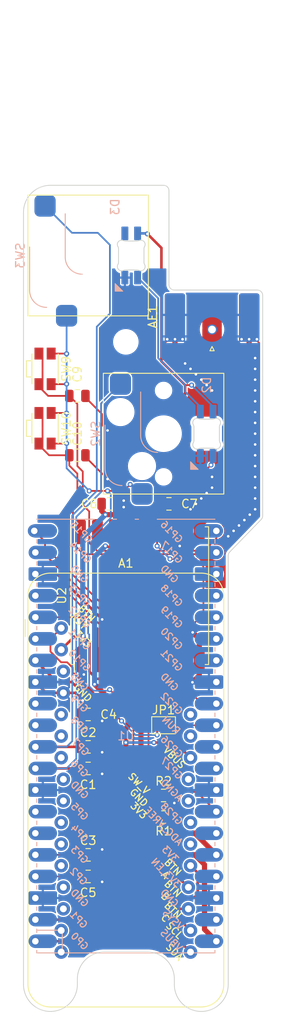
<source format=kicad_pcb>
(kicad_pcb (version 20221018) (generator pcbnew)
  (layers (0 "F.Cu" signal) (31 "B.Cu" signal) (34 "B.Paste" user) (35 "F.Paste" user) (36 "B.SilkS" user "B.Silkscreen") (37 "F.SilkS" user "F.Silkscreen") (38 "B.Mask" user) (39 "F.Mask" user) (44 "Edge.Cuts" user))
  (net 0 "")
  (net 1 "/GPIO10")
  (net 2 "GND")
  (net 3 "/GPIO6")
  (net 4 "/GPIO7")
  (net 5 "/GPIO11")
  (net 8 "/GPIO9")
  (net 9 "/GPIO8")
  (net 10 "/GPIO16")
  (net 11 "/GPIO17")
  (net 12 "/GPIO18")
  (net 13 "/GPIO19")
  (net 14 "/GPIO20")
  (net 15 "/GPIO21")
  (net 16 "/GPIO2")
  (net 17 "/GPIO3")
  (net 18 "/GPIO4")
  (net 19 "/GPIO5")
  (net 20 "+5V")
  (net 21 "/LED_DI_2")
  (net 22 "/LED_DI_1")
  (net 39 "+3V3")
  (net 40 "/SW_V")
  (net 42 "/DISP_SDA")
  (net 43 "/DISP_SCL")
  (net 44 "/RFM_ANT")
  (net 46 "/PICO_RESET")
  (net 47 "/RFM_MISO")
  (net 48 "/RFM_CSn")
  (net 49 "/RFM_SCK")
  (net 52 "/VSYS")
  (net 53 "/RFM_MOSI")
  (net 54 "/RFM_RESET")
  (net 55 "/GPIO26")
  (net 56 "/GPIO27")
  (footprint "Capacitor_SMD:C_0805_2012Metric" (layer "F.Cu") (at 145.415 84.455)
    (fp_text reference "C6")
    (fp_text value "0.1uF")
  )
  (footprint "MountingHole:MountingHole_2.7mm_M2.5" (layer "F.Cu") (at 138.43 140.97)
    (fp_text reference "H1" hide)
    (fp_text value "MountingHole")
  )
  (footprint "Capacitor_SMD:C_0805_2012Metric" (layer "F.Cu") (at 142.875 128.27)
    (fp_text reference "C5")
    (fp_text value "DNP")
  )
  (footprint "Capacitor_SMD:C_0805_2012Metric" (layer "F.Cu") (at 142.875 115.57)
    (fp_text reference "C1")
    (fp_text value "DNP")
  )
  (footprint "Button_Switch_SMD:SW_SPST_EVQP7C" (layer "F.Cu") (at 137.795 75.565 -90)
    (fp_text reference "SW10")
    (fp_text value "SW_Push")
  )
  (footprint "Resistor_SMD:R_0805_2012Metric" (layer "F.Cu") (at 151.765 121.285 180)
    (fp_text reference "R1")
    (fp_text value "R_Small")
  )
  (footprint "MountingHole:MountingHole_2.7mm_M2.5" (layer "F.Cu") (at 147.32 65.405)
    (fp_text reference "H4" hide)
    (fp_text value "MountingHole")
  )
  (footprint "pico-xpad-special:LED_SK6812MINI-E_PLCC4_3.5x3.5mm_P1.75mm" (layer "F.Cu") (at 151.765 76.2 90)
    (fp_text reference "D2")
    (fp_text value "SK6812MINI-E")
    (fp_line (start -1.699999 5.782842) (end -1.699999 4.377158) (stroke (width 0.1)) (layer "Edge.Cuts"))
    (fp_line (start -0.794452 3.58) (end 0.794452 3.58) (stroke (width 0.1)) (layer "Edge.Cuts"))
    (fp_line (start 0.794452 6.579999) (end -0.794453 6.579999) (stroke (width 0.1)) (layer "Edge.Cuts"))
    (fp_line (start 1.699999 4.377158) (end 1.699999 5.782842) (stroke (width 0.1)) (layer "Edge.Cuts"))
    (fp_arc (start -1.749484 4.16028) (mid -1.712527 4.265932) (end -1.699999 4.377158) (stroke (width 0.1)) (layer "Edge.Cuts"))
    (fp_arc (start -1.749484 4.160281) (mid -1.638072 3.575965) (end -1.046711 3.511701) (stroke (width 0.1)) (layer "Edge.Cuts"))
    (fp_arc (start -1.699999 5.782843) (mid -1.712527 5.894068) (end -1.749484 5.99972) (stroke (width 0.1)) (layer "Edge.Cuts"))
    (fp_arc (start -1.046711 6.648298) (mid -1.63807 6.584034) (end -1.749484 5.99972) (stroke (width 0.1)) (layer "Edge.Cuts"))
    (fp_arc (start -1.046711 6.648298) (mid -0.925123 6.597376) (end -0.794453 6.579999) (stroke (width 0.1)) (layer "Edge.Cuts"))
    (fp_arc (start -0.794452 3.58) (mid -0.925123 3.562623) (end -1.046711 3.511701) (stroke (width 0.1)) (layer "Edge.Cuts"))
    (fp_arc (start 0.794453 6.58) (mid 0.925123 6.597377) (end 1.046711 6.648299) (stroke (width 0.1)) (layer "Edge.Cuts"))
    (fp_arc (start 1.04671 3.511701) (mid 0.925122 3.562623) (end 0.794452 3.58) (stroke (width 0.1)) (layer "Edge.Cuts"))
    (fp_arc (start 1.046711 3.511703) (mid 1.63807 3.575965) (end 1.749484 4.16028) (stroke (width 0.1)) (layer "Edge.Cuts"))
    (fp_arc (start 1.699999 4.377157) (mid 1.712526 4.265931) (end 1.749484 4.16028) (stroke (width 0.1)) (layer "Edge.Cuts"))
    (fp_arc (start 1.749484 5.99972) (mid 1.638072 6.584037) (end 1.046711 6.648299) (stroke (width 0.1)) (layer "Edge.Cuts"))
    (fp_arc (start 1.749484 5.99972) (mid 1.71251 5.894071) (end 1.699999 5.782842) (stroke (width 0.1)) (layer "Edge.Cuts"))
  )
  (footprint "Capacitor_SMD:C_0805_2012Metric" (layer "F.Cu") (at 142.875 125.73)
    (fp_text reference "C3")
    (fp_text value "DNP")
  )
  (footprint "pico-xpad-special:Adafruit_Feather_Narrow" (layer "F.Cu") (at 137.16 99.06)
    (fp_text reference "A1")
    (fp_text value "Adafruit_Feather_Generic")
  )
  (footprint "Capacitor_SMD:C_0805_2012Metric" (layer "F.Cu") (at 141.605 78.74)
    (fp_text reference "C10")
    (fp_text value "DNP")
  )
  (footprint "MountingHole:MountingHole_2.7mm_M2.5" (layer "F.Cu") (at 138.43 82.55)
    (fp_text reference "H3" hide)
    (fp_text value "MountingHole")
  )
  (footprint "pico-xpad-special:Keyswitch_Hotswap_Kailh_1.00u" (layer "F.Cu") (at 151.765 76.2 90)
    (fp_text reference "SW2")
    (fp_text value "SW_Push")
  )
  (footprint "pico-xpad-special:LED_SK6812MINI-E_PLCC4_3.5x3.5mm_P1.75mm" (layer "F.Cu") (at 142.875 55.245 90)
    (fp_text reference "D3")
    (fp_text value "SK6812MINI-E")
    (fp_line (start -1.699999 5.782842) (end -1.699999 4.377158) (stroke (width 0.1)) (layer "Edge.Cuts"))
    (fp_line (start -0.794452 3.58) (end 0.794452 3.58) (stroke (width 0.1)) (layer "Edge.Cuts"))
    (fp_line (start 0.794452 6.579999) (end -0.794453 6.579999) (stroke (width 0.1)) (layer "Edge.Cuts"))
    (fp_line (start 1.699999 4.377158) (end 1.699999 5.782842) (stroke (width 0.1)) (layer "Edge.Cuts"))
    (fp_arc (start -1.749484 4.16028) (mid -1.712527 4.265932) (end -1.699999 4.377158) (stroke (width 0.1)) (layer "Edge.Cuts"))
    (fp_arc (start -1.749484 4.160281) (mid -1.638072 3.575965) (end -1.046711 3.511701) (stroke (width 0.1)) (layer "Edge.Cuts"))
    (fp_arc (start -1.699999 5.782843) (mid -1.712527 5.894068) (end -1.749484 5.99972) (stroke (width 0.1)) (layer "Edge.Cuts"))
    (fp_arc (start -1.046711 6.648298) (mid -1.63807 6.584034) (end -1.749484 5.99972) (stroke (width 0.1)) (layer "Edge.Cuts"))
    (fp_arc (start -1.046711 6.648298) (mid -0.925123 6.597376) (end -0.794453 6.579999) (stroke (width 0.1)) (layer "Edge.Cuts"))
    (fp_arc (start -0.794452 3.58) (mid -0.925123 3.562623) (end -1.046711 3.511701) (stroke (width 0.1)) (layer "Edge.Cuts"))
    (fp_arc (start 0.794453 6.58) (mid 0.925123 6.597377) (end 1.046711 6.648299) (stroke (width 0.1)) (layer "Edge.Cuts"))
    (fp_arc (start 1.04671 3.511701) (mid 0.925122 3.562623) (end 0.794452 3.58) (stroke (width 0.1)) (layer "Edge.Cuts"))
    (fp_arc (start 1.046711 3.511703) (mid 1.63807 3.575965) (end 1.749484 4.16028) (stroke (width 0.1)) (layer "Edge.Cuts"))
    (fp_arc (start 1.699999 4.377157) (mid 1.712526 4.265931) (end 1.749484 4.16028) (stroke (width 0.1)) (layer "Edge.Cuts"))
    (fp_arc (start 1.749484 5.99972) (mid 1.638072 6.584037) (end 1.046711 6.648299) (stroke (width 0.1)) (layer "Edge.Cuts"))
    (fp_arc (start 1.749484 5.99972) (mid 1.71251 5.894071) (end 1.699999 5.782842) (stroke (width 0.1)) (layer "Edge.Cuts"))
  )
  (footprint "Capacitor_SMD:C_0805_2012Metric" (layer "F.Cu") (at 142.875 109.22)
    (fp_text reference "C4")
    (fp_text value "DNP")
  )
  (footprint "pico-xpad-special:SMA_Molex_73251-1153_EdgeMount_Horizontal_Or_Spring_Ant" (layer "F.Cu") (at 157.48 63.95 -90)
    (fp_text reference "AE1")
    (fp_text value "Antenna_Shield")
  )
  (footprint "MountingHole:MountingHole_2.7mm_M2.5" (layer "F.Cu") (at 156.21 140.97)
    (fp_text reference "H2" hide)
    (fp_text value "MountingHole")
  )
  (footprint "pico-xpad-special:Keyswitch_Hotswap_Kailh_1.00u" (layer "F.Cu") (at 142.875 55.245 90)
    (fp_text reference "SW3")
    (fp_text value "SW_Push")
  )
  (footprint "Capacitor_SMD:C_0805_2012Metric" (layer "F.Cu") (at 141.605 71.755)
    (fp_text reference "C9")
    (fp_text value "DNP")
  )
  (footprint "Jumper:SolderJumper-2_P1.3mm_Open_TrianglePad1.0x1.5mm" (layer "F.Cu") (at 151.765 110.49)
    (fp_text reference "JP1")
    (fp_text value "SolderJumper_2_Open")
  )
  (footprint "Capacitor_SMD:C_0805_2012Metric" (layer "F.Cu") (at 152.4 84.455)
    (fp_text reference "C7")
    (fp_text value "0.1uF")
  )
  (footprint "Capacitor_SMD:C_0805_2012Metric" (layer "F.Cu") (at 142.875 113.03)
    (fp_text reference "C2")
    (fp_text value "DNP")
  )
  (footprint "Capacitor_SMD:C_0805_2012Metric" (layer "F.Cu") (at 151.765 118.745)
    (fp_text reference "R2")
    (fp_text value "R_Small")
  )
  (footprint "Button_Switch_SMD:SW_SPST_EVQP7C" (layer "F.Cu") (at 137.795 68.58 -90)
    (fp_text reference "SW9")
    (fp_text value "SW_Push")
  )
  (footprint "RF_Module:HOPERF_RFM9XW_SMD" (layer "F.Cu") (at 148.971 95.25 90)
    (fp_text reference "U2")
    (fp_text value "RFM69HCW")
  )
  (footprint "pico-xpad-special:RPi_Pico_SMD_TH_Keepouts" (layer "B.Cu") (at 147.32 111.76)
    (fp_text reference "U1")
    (fp_text value "PicoW")
  )
  (gr_arc (start 135.255 50.165) (mid 136.184934 47.919932) (end 138.43 46.99) (stroke (width 0.1)) (layer "Edge.Cuts"))
  (gr_arc (start 149.86 137.16) (mid 152.105064 138.089936) (end 153.035 140.335) (stroke (width 0.1)) (layer "Edge.Cuts"))
  (gr_arc (start 159.385 90.551) (mid 159.433336 90.307996) (end 159.570987 90.101987) (stroke (width 0.1)) (layer "Edge.Cuts"))
  (gr_line (start 163.263013 86.301013) (end 159.570987 90.101987) (stroke (width 0.1)) (layer "Edge.Cuts"))
  (gr_arc (start 141.605 140.335) (mid 142.534936 138.089936) (end 144.78 137.16) (stroke (width 0.1)) (layer "Edge.Cuts"))
  (gr_line (start 152.4 47.625) (end 152.4 58.674) (stroke (width 0.1)) (layer "Edge.Cuts"))
  (gr_arc (start 162.814 59.309) (mid 163.263013 59.494987) (end 163.449 59.944) (stroke (width 0.1)) (layer "Edge.Cuts"))
  (gr_arc (start 163.449 85.852) (mid 163.400664 86.095004) (end 163.263013 86.301013) (stroke (width 0.1)) (layer "Edge.Cuts"))
  (gr_line (start 144.78 137.16) (end 149.86 137.16) (stroke (width 0.1)) (layer "Edge.Cuts"))
  (gr_arc (start 141.605 140.97) (mid 138.43 144.145) (end 135.255 140.97) (stroke (width 0.1)) (layer "Edge.Cuts"))
  (gr_line (start 135.255 50.165) (end 135.255 140.97) (stroke (width 0.1)) (layer "Edge.Cuts"))
  (gr_line (start 153.035 140.335) (end 153.035 140.97) (stroke (width 0.1)) (layer "Edge.Cuts"))
  (gr_line (start 141.605 140.97) (end 141.605 140.335) (stroke (width 0.1)) (layer "Edge.Cuts"))
  (gr_line (start 159.385 140.97) (end 159.385 90.551) (stroke (width 0.1)) (layer "Edge.Cuts"))
  (gr_arc (start 153.035 59.309) (mid 152.585987 59.123013) (end 152.4 58.674) (stroke (width 0.1)) (layer "Edge.Cuts"))
  (gr_arc (start 159.385 140.97) (mid 156.21 144.145) (end 153.035 140.97) (stroke (width 0.1)) (layer "Edge.Cuts"))
  (gr_arc (start 151.765 46.99) (mid 152.214013 47.175987) (end 152.4 47.625) (stroke (width 0.1)) (layer "Edge.Cuts"))
  (gr_line (start 163.449 59.944) (end 163.449 85.852) (stroke (width 0.1)) (layer "Edge.Cuts"))
  (gr_line (start 153.035 59.309) (end 162.814 59.309) (stroke (width 0.1)) (layer "Edge.Cuts"))
  (gr_line (start 138.43 46.99) (end 151.765 46.99) (stroke (width 0.1)) (layer "Edge.Cuts"))
  (gr_text "SDA" (at 153.035 137.16 315) (layer "F.SilkS") (effects (font (size 0.8 0.8))))
  (gr_text "3V3" (at 148.844 120.523 315) (layer "F.SilkS") (effects (font (size 0.8 0.8))))
  (gr_text "VBUS" (at 153.035 114.3 315) (layer "F.SilkS") (effects (font (size 0.8 0.8))))
  (gr_text "GND" (at 148.844 118.999 315) (layer "F.SilkS") (effects (font (size 0.8 0.8))))
  (gr_text "BTN\nA" (at 152.4 127.635 315) (layer "F.SilkS") (effects (font (size 0.8 0.8))))
  (gr_text "BTN\nB" (at 152.4 130.175 315) (layer "F.SilkS") (effects (font (size 0.8 0.8))))
  (gr_text "3V3" (at 142.24 100.33 315) (layer "F.SilkS") (effects (font (size 0.8 0.8))))
  (gr_text "SCL" (at 153.035 134.62 315) (layer "F.SilkS") (effects (font (size 0.8 0.8))))
  (gr_text "BTN\nRST" (at 142.24 97.79 315) (layer "F.SilkS") (effects (font (size 0.8 0.8))))
  (gr_text "SW_V" (at 148.844 117.348 315) (layer "F.SilkS") (effects (font (size 0.8 0.8))))
  (gr_text "BTN\nC" (at 152.4 132.715 315) (layer "F.SilkS") (effects (font (size 0.8 0.8))))
  (gr_text "GND" (at 142.24 106.68 315) (layer "F.SilkS") (effects (font (size 0.8 0.8))))
  (segment (start 140.942398 105.41) (end 142.8491 107.316702) (width 0.3048) (layer "F.Cu") (net 1))
  (segment (start 154.686 129.54) (end 145.415 120.269) (width 0.3048) (layer "F.Cu") (net 1))
  (segment (start 141.925 110.175) (end 142.24 110.49) (width 0.3048) (layer "F.Cu") (net 1))
  (segment (start 145.415 112.395) (end 143.51 110.49) (width 0.3048) (layer "F.Cu") (net 1))
  (segment (start 142.8491 108.2959) (end 141.925 109.22) (width 0.3048) (layer "F.Cu") (net 1))
  (segment (start 136.652 102.87) (end 139.192 105.41) (width 0.3048) (layer "F.Cu") (net 1))
  (segment (start 139.192 105.41) (end 140.942398 105.41) (width 0.3048) (layer "F.Cu") (net 1))
  (segment (start 141.925 109.22) (end 141.925 110.175) (width 0.3048) (layer "F.Cu") (net 1))
  (segment (start 143.51 110.49) (end 142.24 110.49) (width 0.3048) (layer "F.Cu") (net 1))
  (segment (start 145.415 120.269) (end 145.415 112.395) (width 0.3048) (layer "F.Cu") (net 1))
  (segment (start 142.8491 107.316702) (end 142.8491 108.2959) (width 0.3048) (layer "F.Cu") (net 1))
  (segment (start 143.891 113.03) (end 144.526 113.665) (width 0.2032) (layer "F.Cu") (net 2))
  (segment (start 155.575 84.455) (end 156.21 83.82) (width 0.6096) (layer "F.Cu") (net 2))
  (segment (start 162.56 78.74) (end 162.56 80.01) (width 0.6096) (layer "F.Cu") (net 2))
  (segment (start 160.655 86.995) (end 160.02 87.63) (width 0.6096) (layer "F.Cu") (net 2))
  (segment (start 152.1968 65.093) (end 152.1968 65.2526) (width 0.2032) (layer "F.Cu") (net 2))
  (segment (start 156.845 70.485) (end 157.48 71.12) (width 0.6096) (layer "F.Cu") (net 2))
  (segment (start 136.652 92.71) (end 139.192 92.71) (width 0.3048) (layer "F.Cu") (net 2))
  (segment (start 143.891 128.27) (end 144.526 128.905) (width 0.2032) (layer "F.Cu") (net 2))
  (segment (start 153.971 89.107) (end 153.67 89.408) (width 0.6096) (layer "F.Cu") (net 2))
  (segment (start 143.825 109.281) (end 144.526 109.982) (width 0.2032) (layer "F.Cu") (net 2))
  (segment (start 156.845 83.185) (end 157.48 82.55) (width 0.6096) (layer "F.Cu") (net 2))
  (segment (start 162.56 83.82) (end 162.56 85.09) (width 0.6096) (layer "F.Cu") (net 2))
  (segment (start 161.8488 66.5988) (end 161.8488 65.4232) (width 0.6096) (layer "F.Cu") (net 2))
  (segment (start 141.971 104.125) (end 142.367 104.521) (width 0.6096) (layer "F.Cu") (net 2))
  (segment (start 161.925 85.725) (end 161.29 86.36) (width 0.6096) (layer "F.Cu") (net 2))
  (segment (start 146.365 84.455) (end 146.685 84.455) (width 0.2032) (layer "F.Cu") (net 2))
  (segment (start 144.526 75.184) (end 145.161 75.819) (width 0.2032) (layer "F.Cu") (net 2))
  (segment (start 153.971 87.725) (end 153.971 86.059) (width 0.6096) (layer "F.Cu") (net 2))
  (segment (start 162.56 71.12) (end 162.56 72.39) (width 0.6096) (layer "F.Cu") (net 2))
  (segment (start 162.7632 65.093) (end 162.7632 65.2526) (width 0.2032) (layer "F.Cu") (net 2))
  (segment (start 155.971 102.775) (end 155.971 100.345) (width 0.6096) (layer "F.Cu") (net 2))
  (segment (start 153.971 86.059) (end 154.94 85.09) (width 0.6096) (layer "F.Cu") (net 2))
  (segment (start 155.971 104.633) (end 155.1686 105.4354) (width 0.6096) (layer "F.Cu") (net 2))
  (segment (start 153.1112 65.093) (end 153.1112 66.7512) (width 0.6096) (layer "F.Cu") (net 2))
  (segment (start 160.02 87.63) (end 159.385 88.265) (width 0.6096) (layer "F.Cu") (net 2))
  (segment (start 146.685 84.455) (end 147.066 84.836) (width 0.2032) (layer "F.Cu") (net 2))
  (segment (start 143.825 113.03) (end 143.891 113.03) (width 0.2032) (layer "F.Cu") (net 2))
  (segment (start 143.891 125.73) (end 144.526 125.095) (width 0.2032) (layer "F.Cu") (net 2))
  (segment (start 141.971 102.775) (end 141.971 101.361) (width 0.6096) (layer "F.Cu") (net 2))
  (segment (start 162.56 76.2) (end 162.56 77.47) (width 0.6096) (layer "F.Cu") (net 2))
  (segment (start 144.145 73.533) (end 144.526 73.914) (width 0.2032) (layer "F.Cu") (net 2))
  (segment (start 143.825 125.73) (end 143.891 125.73) (width 0.2032) (layer "F.Cu") (net 2))
  (segment (start 152.1968 65.2526) (end 151.9174 65.532) (width 0.2032) (layer "F.Cu") (net 2))
  (segment (start 162.56 68.58) (end 162.56 69.85) (width 0.6096) (layer "F.Cu") (net 2))
  (segment (start 141.971 101.361) (end 142.367 100.965) (width 0.6096) (layer "F.Cu") (net 2))
  (segment (start 152.715 119.314) (end 153.035 119.634) (width 0.3048) (layer "F.Cu") (net 2))
  (segment (start 139.954 106.68) (end 141.351 106.68) (width 0.3048) (layer "F.Cu") (net 2))
  (segment (start 143.825 115.57) (end 143.891 115.57) (width 0.2032) (layer "F.Cu") (net 2))
  (segment (start 143.825 128.27) (end 143.891 128.27) (width 0.2032) (layer "F.Cu") (net 2))
  (segment (start 153.971 87.725) (end 153.971 89.107) (width 0.6096) (layer "F.Cu") (net 2))
  (segment (start 142.555 78.928) (end 145.161 81.534) (width 0.2032) (layer "F.Cu") (net 2))
  (segment (start 141.351 106.68) (end 142.24 107.569) (width 0.3048) (layer "F.Cu") (net 2))
  (segment (start 155.971 100.345) (end 155.194 99.568) (width 0.6096) (layer "F.Cu") (net 2))
  (segment (start 137.922 106.68) (end 139.954 106.68) (width 0.3048) (layer "F.Cu") (net 2))
  (segment (start 162.56 67.31) (end 161.8488 66.5988) (width 0.6096) (layer "F.Cu") (net 2))
  (segment (start 142.555 71.943) (end 144.145 73.533) (width 0.2032) (layer "F.Cu") (net 2))
  (segment (start 136.652 105.41) (end 137.922 106.68) (width 0.3048) (layer "F.Cu") (net 2))
  (segment (start 154.305 67.945) (end 154.94 68.58) (width 0.6096) (layer "F.Cu") (net 2))
  (segment (start 141.971 102.775) (end 141.971 104.125) (width 0.6096) (layer "F.Cu") (net 2))
  (segment (start 142.555 71.755) (end 142.555 71.943) (width 0.2032) (layer "F.Cu") (net 2))
  (segment (start 155.971 102.775) (end 155.971 104.633) (width 0.6096) (layer "F.Cu") (net 2))
  (segment (start 144.526 98.044) (end 139.192 92.71) (width 0.3048) (layer "F.Cu") (net 2))
  (segment (start 162.56 73.66) (end 162.56 74.93) (width 0.6096) (layer "F.Cu") (net 2))
  (segment (start 143.825 109.22) (end 143.825 109.281) (width 0.2032) (layer "F.Cu") (net 2))
  (segment (start 152.715 118.745) (end 152.715 119.314) (width 0.3048) (layer "F.Cu") (net 2))
  (segment (start 143.891 115.57) (end 144.526 116.205) (width 0.2032) (layer "F.Cu") (net 2))
  (segment (start 162.56 81.28) (end 162.56 82.55) (width 0.6096) (layer "F.Cu") (net 2))
  (segment (start 153.1112 66.7512) (end 154.305 67.945) (width 0.6096) (layer "F.Cu") (net 2))
  (segment (start 142.555 78.74) (end 142.555 79.309) (width 0.2032) (layer "F.Cu") (net 2))
  (segment (start 144.526 73.914) (end 144.526 75.184) (width 0.2032) (layer "F.Cu") (net 2))
  (segment (start 162.7632 65.2526) (end 163.0426 65.532) (width 0.2032) (layer "F.Cu") (net 2))
  (segment (start 142.555 78.74) (end 142.555 78.928) (width 0.2032) (layer "F.Cu") (net 2))
  (segment (start 146.685 84.455) (end 147.066 84.074) (width 0.2032) (layer "F.Cu") (net 2))
  (segment (start 155.575 69.215) (end 156.21 69.85) (width 0.6096) (layer "F.Cu") (net 2))
  (via (at 145.161 81.534) (size 0.6096) (drill 0.3048) (layers "F.Cu" "B.Cu") (net 2))
  (via (at 162.56 71.12) (size 0.6096) (drill 0.3048) (layers "F.Cu" "B.Cu") (net 2))
  (via (at 144.526 128.905) (size 0.6096) (drill 0.3048) (layers "F.Cu" "B.Cu") (net 2))
  (via (at 142.367 104.521) (size 0.6096) (drill 0.3048) (layers "F.Cu" "B.Cu") (net 2))
  (via (at 162.56 78.74) (size 0.6096) (drill 0.3048) (layers "F.Cu" "B.Cu") (net 2))
  (via (at 147.066 84.836) (size 0.6096) (drill 0.3048) (layers "F.Cu" "B.Cu") (net 2))
  (via (at 155.194 99.568) (size 0.6096) (drill 0.3048) (layers "F.Cu" "B.Cu") (net 2))
  (via (at 154.94 68.58) (size 0.6096) (drill 0.3048) (layers "F.Cu" "B.Cu") (net 2))
  (via (at 154.94 85.09) (size 0.6096) (drill 0.3048) (layers "F.Cu" "B.Cu") (net 2))
  (via (at 162.56 77.47) (size 0.6096) (drill 0.3048) (layers "F.Cu" "B.Cu") (net 2))
  (via (at 159.385 88.265) (size 0.6096) (drill 0.3048) (layers "F.Cu" "B.Cu") (net 2))
  (via (at 156.21 69.85) (size 0.6096) (drill 0.3048) (layers "F.Cu" "B.Cu") (net 2))
  (via (at 162.56 80.01) (size 0.6096) (drill 0.3048) (layers "F.Cu" "B.Cu") (net 2))
  (via (at 144.526 109.982) (size 0.6096) (drill 0.3048) (layers "F.Cu" "B.Cu") (net 2))
  (via (at 162.56 72.39) (size 0.6096) (drill 0.3048) (layers "F.Cu" "B.Cu") (net 2))
  (via (at 162.56 76.2) (size 0.6096) (drill 0.3048) (layers "F.Cu" "B.Cu") (net 2))
  (via (at 155.1686 105.4354) (size 0.6096) (drill 0.3048) (layers "F.Cu" "B.Cu") (net 2))
  (via (at 157.48 81.28) (size 0.6096) (drill 0.3048) (layers "F.Cu" "B.Cu") (net 2))
  (via (at 156.21 83.82) (size 0.6096) (drill 0.3048) (layers "F.Cu" "B.Cu") (net 2))
  (via (at 155.575 69.215) (size 0.6096) (drill 0.3048) (layers "F.Cu" "B.Cu") (net 2))
  (via (at 154.305 67.945) (size 0.6096) (drill 0.3048) (layers "F.Cu" "B.Cu") (net 2))
  (via (at 153.035 119.634) (size 0.6096) (drill 0.3048) (layers "F.Cu" "B.Cu") (net 2))
  (via (at 144.526 116.205) (size 0.6096) (drill 0.3048) (layers "F.Cu" "B.Cu") (net 2))
  (via (at 156.845 83.185) (size 0.6096) (drill 0.3048) (layers "F.Cu" "B.Cu") (net 2))
  (via (at 162.56 68.58) (size 0.6096) (drill 0.3048) (layers "F.Cu" "B.Cu") (net 2))
  (via (at 162.56 74.93) (size 0.6096) (drill 0.3048) (layers "F.Cu" "B.Cu") (net 2))
  (via (at 162.56 82.55) (size 0.6096) (drill 0.3048) (layers "F.Cu" "B.Cu") (net 2))
  (via (at 157.48 71.12) (size 0.6096) (drill 0.3048) (layers "F.Cu" "B.Cu") (net 2))
  (via (at 162.56 73.66) (size 0.6096) (drill 0.3048) (layers "F.Cu" "B.Cu") (net 2))
  (via (at 160.02 87.63) (size 0.6096) (drill 0.3048) (layers "F.Cu" "B.Cu") (net 2))
  (via (at 162.56 81.28) (size 0.6096) (drill 0.3048) (layers "F.Cu" "B.Cu") (net 2))
  (via (at 144.526 125.095) (size 0.6096) (drill 0.3048) (layers "F.Cu" "B.Cu") (net 2))
  (via (at 144.526 113.665) (size 0.6096) (drill 0.3048) (layers "F.Cu" "B.Cu") (net 2))
  (via (at 155.575 84.455) (size 0.6096) (drill 0.3048) (layers "F.Cu" "B.Cu") (net 2))
  (via (at 162.56 83.82) (size 0.6096) (drill 0.3048) (layers "F.Cu" "B.Cu") (net 2))
  (via (at 162.56 69.85) (size 0.6096) (drill 0.3048) (layers "F.Cu" "B.Cu") (net 2))
  (via (at 145.161 75.819) (size 0.6096) (drill 0.3048) (layers "F.Cu" "B.Cu") (net 2))
  (via (at 157.48 82.55) (size 0.6096) (drill 0.3048) (layers "F.Cu" "B.Cu") (net 2))
  (via (at 147.066 84.074) (size 0.6096) (drill 0.3048) (layers "F.Cu" "B.Cu") (net 2))
  (via (at 142.24 107.569) (size 0.6096) (drill 0.3048) (layers "F.Cu" "B.Cu") (net 2))
  (via (at 142.367 100.965) (size 0.6096) (drill 0.3048) (layers "F.Cu" "B.Cu") (net 2))
  (via (at 153.67 89.408) (size 0.6096) (drill 0.3048) (layers "F.Cu" "B.Cu") (net 2))
  (via (at 156.845 70.485) (size 0.6096) (drill 0.3048) (layers "F.Cu" "B.Cu") (net 2))
  (via (at 144.526 98.044) (size 0.6096) (drill 0.3048) (layers "F.Cu" "B.Cu") (net 2))
  (via (at 161.29 86.36) (size 0.6096) (drill 0.3048) (layers "F.Cu" "B.Cu") (net 2))
  (via (at 162.56 85.09) (size 0.6096) (drill 0.3048) (layers "F.Cu" "B.Cu") (net 2))
  (via (at 162.56 67.31) (size 0.6096) (drill 0.3048) (layers "F.Cu" "B.Cu") (net 2))
  (via (at 161.925 85.725) (size 0.6096) (drill 0.3048) (layers "F.Cu" "B.Cu") (net 2))
  (via (at 160.655 86.995) (size 0.6096) (drill 0.3048) (layers "F.Cu" "B.Cu") (net 2))
  (segment (start 156.21 83.82) (end 156.845 83.185) (width 0.6096) (layer "B.Cu") (net 2))
  (segment (start 162.56 85.09) (end 161.925 85.725) (width 0.6096) (layer "B.Cu") (net 2))
  (segment (start 162.56 74.93) (end 162.56 76.2) (width 0.6096) (layer "B.Cu") (net 2))
  (segment (start 162.56 69.85) (end 162.56 71.12) (width 0.6096) (layer "B.Cu") (net 2))
  (segment (start 162.56 80.01) (end 162.56 81.28) (width 0.6096) (layer "B.Cu") (net 2))
  (segment (start 155.194 105.41) (end 155.1686 105.4354) (width 0.6096) (layer "B.Cu") (net 2))
  (segment (start 157.48 82.55) (end 157.48 81.28) (width 0.6096) (layer "B.Cu") (net 2))
  (segment (start 161.29 86.36) (end 160.655 86.995) (width 0.6096) (layer "B.Cu") (net 2))
  (segment (start 154.94 85.09) (end 155.575 84.455) (width 0.6096) (layer "B.Cu") (net 2))
  (segment (start 162.56 82.55) (end 162.56 83.82) (width 0.6096) (layer "B.Cu") (net 2))
  (segment (start 156.21 69.85) (end 156.845 70.485) (width 0.6096) (layer "B.Cu") (net 2))
  (segment (start 147.205 57.845) (end 147.205 58.305) (width 0.2032) (layer "B.Cu") (net 2))
  (segment (start 154.94 68.58) (end 155.575 69.215) (width 0.6096) (layer "B.Cu") (net 2))
  (segment (start 162.56 77.47) (end 162.56 78.74) (width 0.6096) (layer "B.Cu") (net 2))
  (segment (start 162.56 67.31) (end 162.56 68.58) (width 0.6096) (layer "B.Cu") (net 2))
  (segment (start 156.21 105.41) (end 155.194 105.41) (width 0.6096) (layer "B.Cu") (net 2))
  (segment (start 162.56 72.39) (end 162.56 73.66) (width 0.6096) (layer "B.Cu") (net 2))
  (segment (start 141.925 115.57) (end 136.652 115.57) (width 0.3048) (layer "F.Cu") (net 3))
  (segment (start 140.335 115.57) (end 141.478 114.427) (width 0.2032) (layer "B.Cu") (net 3))
  (segment (start 141.478 85.979) (end 144.399 83.058) (width 0.2032) (layer "B.Cu") (net 3))
  (segment (start 144.399 72.644) (end 146.685 70.358) (width 0.2032) (layer "B.Cu") (net 3))
  (segment (start 144.399 83.058) (end 144.399 72.644) (width 0.2032) (layer "B.Cu") (net 3))
  (segment (start 141.478 114.427) (end 141.478 85.979) (width 0.2032) (layer "B.Cu") (net 3))
  (segment (start 138.43 115.57) (end 140.335 115.57) (width 0.2032) (layer "B.Cu") (net 3))
  (segment (start 136.652 113.03) (end 141.925 113.03) (width 0.3048) (layer "F.Cu") (net 4))
  (segment (start 141.008 101.759188) (end 141.008 112.357) (width 0.2032) (layer "B.Cu") (net 4))
  (segment (start 145.440899 54.002299) (end 145.440899 62.077101) (width 0.2032) (layer "B.Cu") (net 4))
  (segment (start 140.995899 101.747087) (end 141.008 101.759188) (width 0.2032) (layer "B.Cu") (net 4))
  (segment (start 143.891 82.931) (end 140.995899 85.826101) (width 0.2032) (layer "B.Cu") (net 4))
  (segment (start 140.335 113.03) (end 138.43 113.03) (width 0.2032) (layer "B.Cu") (net 4))
  (segment (start 144.0166 52.578) (end 145.440899 54.002299) (width 0.2032) (layer "B.Cu") (net 4))
  (segment (start 141.008 112.357) (end 140.335 113.03) (width 0.2032) (layer "B.Cu") (net 4))
  (segment (start 145.440899 62.077101) (end 143.891 63.627) (width 0.2032) (layer "B.Cu") (net 4))
  (segment (start 140.97 52.578) (end 144.0166 52.578) (width 0.2032) (layer "B.Cu") (net 4))
  (segment (start 137.795 49.403) (end 140.97 52.578) (width 0.2032) (layer "B.Cu") (net 4))
  (segment (start 140.995899 85.826101) (end 140.995899 101.747087) (width 0.2032) (layer "B.Cu") (net 4))
  (segment (start 143.891 63.627) (end 143.891 82.931) (width 0.2032) (layer "B.Cu") (net 4))
  (segment (start 151.04 111.596) (end 151.003 111.633) (width 0.1524) (layer "F.Cu") (net 5))
  (segment (start 141.082 103.759) (end 141.082 104.252) (width 0.2032) (layer "F.Cu") (net 5))
  (segment (start 141.082 104.252) (end 146.812 109.982) (width 0.2032) (layer "F.Cu") (net 5))
  (segment (start 136.652 100.33) (end 138.43 100.33) (width 0.2032) (layer "F.Cu") (net 5))
  (segment (start 151.003 111.633) (end 151.003 110.527) (width 0.1524) (layer "F.Cu") (net 5))
  (segment (start 140.409 103.086) (end 141.082 103.759) (width 0.2032) (layer "F.Cu") (net 5))
  (segment (start 138.43 100.33) (end 139.7 99.06) (width 0.2032) (layer "F.Cu") (net 5))
  (segment (start 138.43 100.33) (end 138.43 101.820582) (width 0.2032) (layer "F.Cu") (net 5))
  (segment (start 151.003 110.527) (end 151.04 110.49) (width 0.1524) (layer "F.Cu") (net 5))
  (segment (start 138.43 101.820582) (end 139.695418 103.086) (width 0.2032) (layer "F.Cu") (net 5))
  (segment (start 139.695418 103.086) (end 140.409 103.086) (width 0.2032) (layer "F.Cu") (net 5))
  (via (at 146.812 109.982) (size 0.6096) (drill 0.3048) (layers "F.Cu" "B.Cu") (net 5))
  (via (at 151.003 111.633) (size 0.6096) (drill 0.3048) (layers "F.Cu" "B.Cu") (net 5))
  (segment (start 148.463 111.633) (end 151.003 111.633) (width 0.2032) (layer "B.Cu") (net 5))
  (segment (start 146.812 109.982) (end 148.463 111.633) (width 0.2032) (layer "B.Cu") (net 5))
  (segment (start 142.24 84.582) (end 143.002 85.344) (width 0.2032) (layer "F.Cu") (net 10))
  (segment (start 143.002 89.039223) (end 143.929077 89.9663) (width 0.2032) (layer "F.Cu") (net 10))
  (segment (start 137.499 67.204) (end 137.075 66.78) (width 0.2032) (layer "F.Cu") (net 10))
  (segment (start 156.5407 89.9663) (end 157.988 88.519) (width 0.2032) (layer "F.Cu") (net 10))
  (segment (start 141.605 72.705) (end 141.605 80.01) (width 0.2032) (layer "F.Cu") (net 10))
  (segment (start 143.002 85.344) (end 143.002 89.039223) (width 0.2032) (layer "F.Cu") (net 10))
  (segment (start 143.929077 89.9663) (end 156.5407 89.9663) (width 0.2032) (layer "F.Cu") (net 10))
  (segment (start 138.157 71.755) (end 137.075 70.673) (width 0.2032) (layer "F.Cu") (net 10))
  (segment (start 137.075 70.38) (end 137.499 69.956) (width 0.2032) (layer "F.Cu") (net 10))
  (segment (start 157.988 88.519) (end 157.988 87.63) (width 0.2032) (layer "F.Cu") (net 10))
  (segment (start 141.605 80.01) (end 142.24 80.645) (width 0.2032) (layer "F.Cu") (net 10))
  (segment (start 142.24 80.645) (end 142.24 84.582) (width 0.2032) (layer "F.Cu") (net 10))
  (segment (start 140.655 71.755) (end 141.605 72.705) (width 0.2032) (layer "F.Cu") (net 10))
  (segment (start 137.075 70.673) (end 137.075 70.38) (width 0.2032) (layer "F.Cu") (net 10))
  (segment (start 137.499 69.956) (end 137.499 67.204) (width 0.2032) (layer "F.Cu") (net 10))
  (segment (start 140.655 71.755) (end 138.157 71.755) (width 0.2032) (layer "F.Cu") (net 10))
  (segment (start 157.988 87.63) (end 156.712622 87.63) (width 0.2032) (layer "B.Cu") (net 10))
  (segment (start 141.082 85.105) (end 141.605 84.582) (width 0.2032) (layer "F.Cu") (net 11))
  (segment (start 140.655 78.74) (end 138.275 78.74) (width 0.2032) (layer "F.Cu") (net 11))
  (segment (start 137.499 76.766) (end 137.499 74.189) (width 0.2032) (layer "F.Cu") (net 11))
  (segment (start 156.91037 90.17) (end 156.70667 90.3737) (width 0.2032) (layer "F.Cu") (net 11))
  (segment (start 137.075 77.365) (end 137.075 77.19) (width 0.2032) (layer "F.Cu") (net 11))
  (segment (start 141.082 89.119223) (end 141.082 85.105) (width 0.2032) (layer "F.Cu") (net 11))
  (segment (start 137.499 74.189) (end 137.075 73.765) (width 0.2032) (layer "F.Cu") (net 11))
  (segment (start 141.605 80.899) (end 140.655 79.949) (width 0.2032) (layer "F.Cu") (net 11))
  (segment (start 141.605 84.582) (end 141.605 80.899) (width 0.2032) (layer "F.Cu") (net 11))
  (segment (start 156.70667 90.3737) (end 142.336477 90.3737) (width 0.2032) (layer "F.Cu") (net 11))
  (segment (start 140.655 79.949) (end 140.655 78.74) (width 0.2032) (layer "F.Cu") (net 11))
  (segment (start 137.075 77.19) (end 137.499 76.766) (width 0.2032) (layer "F.Cu") (net 11))
  (segment (start 137.075 77.54) (end 137.075 77.365) (width 0.2032) (layer "F.Cu") (net 11))
  (segment (start 142.336477 90.3737) (end 141.082 89.119223) (width 0.2032) (layer "F.Cu") (net 11))
  (segment (start 157.988 90.17) (end 156.91037 90.17) (width 0.2032) (layer "F.Cu") (net 11))
  (segment (start 138.275 78.74) (end 137.075 77.54) (width 0.2032) (layer "F.Cu") (net 11))
  (segment (start 152.4 130.81) (end 153.67 132.08) (width 0.3048) (layer "F.Cu") (net 16))
  (segment (start 152.4 130.81) (end 144.465 130.81) (width 0.3048) (layer "F.Cu") (net 16))
  (segment (start 153.67 132.08) (end 154.686 132.08) (width 0.3048) (layer "F.Cu") (net 16))
  (segment (start 141.925 128.27) (end 136.652 128.27) (width 0.2032) (layer "F.Cu") (net 16))
  (segment (start 144.465 130.81) (end 141.925 128.27) (width 0.3048) (layer "F.Cu") (net 16))
  (segment (start 155.7908 130.328024) (end 155.308824 130.81) (width 0.3048) (layer "F.Cu") (net 17))
  (segment (start 141.925 125.73) (end 136.652 125.73) (width 0.2032) (layer "F.Cu") (net 17))
  (segment (start 143.195 127) (end 141.925 125.73) (width 0.3048) (layer "F.Cu") (net 17))
  (segment (start 150.495 127) (end 143.195 127) (width 0.3048) (layer "F.Cu") (net 17))
  (segment (start 154.305 130.81) (end 150.495 127) (width 0.3048) (layer "F.Cu") (net 17))
  (segment (start 154.94 127) (end 155.7908 127.8508) (width 0.3048) (layer "F.Cu") (net 17))
  (segment (start 155.308824 130.81) (end 154.305 130.81) (width 0.3048) (layer "F.Cu") (net 17))
  (segment (start 155.7908 127.8508) (end 155.7908 130.328024) (width 0.3048) (layer "F.Cu") (net 17))
  (segment (start 144.907 89.408) (end 145.0038 89.5048) (width 0.3048) (layer "F.Cu") (net 20))
  (segment (start 147.574 110.617) (end 147.574 109.601) (width 0.6096) (layer "F.Cu") (net 20))
  (segment (start 152.7682 125.7172) (end 147.32 120.269) (width 0.6096) (layer "F.Cu") (net 20))
  (segment (start 154.305 80.645) (end 151.45 83.5) (width 0.3048) (layer "F.Cu") (net 20))
  (segment (start 148.971 86.369935) (end 149.488935 85.852) (width 0.3048) (layer "F.Cu") (net 20))
  (segment (start 147.574 109.601) (end 146.558 108.585) (width 0.6096) (layer "F.Cu") (net 20))
  (segment (start 149.86 52.705) (end 151.511 54.356) (width 0.3048) (layer "F.Cu") (net 20))
  (segment (start 154.305 70.485) (end 154.305 72.39) (width 0.3048) (layer "F.Cu") (net 20))
  (segment (start 153.162 112.522) (end 152.146 112.522) (width 0.3048) (layer "F.Cu") (net 20))
  (segment (start 146.558 108.585) (end 143.637 105.664) (width 0.6096) (layer "F.Cu") (net 20))
  (segment (start 151.45 84.516) (end 151.45 84.455) (width 0.3048) (layer "F.Cu") (net 20))
  (segment (start 148.971 89.154) (end 148.971 86.369935) (width 0.3048) (layer "F.Cu") (net 20))
  (segment (start 156.591 126.873) (end 155.4352 125.7172) (width 0.6096) (layer "F.Cu") (net 20))
  (segment (start 155.4352 125.7172) (end 152.7682 125.7172) (width 0.6096) (layer "F.Cu") (net 20))
  (segment (start 151.511 54.356) (end 151.511 67.691) (width 0.3048) (layer "F.Cu") (net 20))
  (segment (start 147.32 120.269) (end 147.32 112.522) (width 0.6096) (layer "F.Cu") (net 20))
  (segment (start 157.988 135.89) (end 156.591 134.493) (width 0.6096) (layer "F.Cu") (net 20))
  (segment (start 150.114 85.852) (end 151.45 84.516) (width 0.3048) (layer "F.Cu") (net 20))
  (segment (start 148.6202 89.5048) (end 148.971 89.154) (width 0.3048) (layer "F.Cu") (net 20))
  (segment (start 147.32 110.871) (end 147.574 110.617) (width 0.6096) (layer "F.Cu") (net 20))
  (segment (start 151.511 67.691) (end 154.305 70.485) (width 0.3048) (layer "F.Cu") (net 20))
  (segment (start 152.146 112.522) (end 150.622 112.522) (width 0.3048) (layer "F.Cu") (net 20))
  (segment (start 155.067 70.485) (end 154.305 70.485) (width 0.2032) (layer "F.Cu") (net 20))
  (segment (start 154.305 72.39) (end 154.305 80.645) (width 0.3048) (layer "F.Cu") (net 20))
  (segment (start 147.32 112.522) (end 147.32 110.871) (width 0.6096) (layer "F.Cu") (net 20))
  (segment (start 145.0038 89.5048) (end 148.6202 89.5048) (width 0.3048) (layer "F.Cu") (net 20))
  (segment (start 156.591 134.493) (end 156.591 126.873) (width 0.6096) (layer "F.Cu") (net 20))
  (segment (start 149.488935 85.852) (end 150.114 85.852) (width 0.3048) (layer "F.Cu") (net 20))
  (segment (start 154.94 114.3) (end 153.162 112.522) (width 0.3048) (layer "F.Cu") (net 20))
  (segment (start 151.45 83.5) (end 151.45 84.455) (width 0.3048) (layer "F.Cu") (net 20))
  (via (at 155.067 70.485) (size 0.6096) (drill 0.3048) (layers "F.Cu" "B.Cu") (net 20))
  (via (at 147.32 112.522) (size 0.6096) (drill 0.3048) (layers "F.Cu" "B.Cu") (net 20))
  (via (at 150.622 112.522) (size 0.6096) (drill 0.3048) (layers "F.Cu" "B.Cu") (net 20))
  (via (at 143.637 105.664) (size 0.6096) (drill 0.3048) (layers "F.Cu" "B.Cu") (net 20))
  (via (at 144.907 89.408) (size 0.6096) (drill 0.3048) (layers "F.Cu" "B.Cu") (net 20))
  (via (at 149.86 52.705) (size 0.6096) (drill 0.3048) (layers "F.Cu" "B.Cu") (net 20))
  (segment (start 143.637 90.678) (end 144.907 89.408) (width 0.6096) (layer "B.Cu") (net 20))
  (segment (start 149.8 52.645) (end 149.86 52.705) (width 0.3048) (layer "B.Cu") (net 20))
  (segment (start 148.705 52.645) (end 149.8 52.645) (width 0.3048) (layer "B.Cu") (net 20))
  (segment (start 157.595 73.6) (end 157.595 73.013) (width 0.2032) (layer "B.Cu") (net 20))
  (segment (start 157.595 73.013) (end 155.067 70.485) (width 0.2032) (layer "B.Cu") (net 20))
  (segment (start 143.637 105.664) (end 143.637 90.678) (width 0.6096) (layer "B.Cu") (net 20))
  (segment (start 150.622 112.522) (end 147.32 112.522) (width 0.3048) (layer "B.Cu") (net 20))
  (segment (start 154.305 70.485) (end 151.13 67.31) (width 0.2032) (layer "B.Cu") (net 21))
  (segment (start 148.705 57.845) (end 151.13 60.27) (width 0.2032) (layer "B.Cu") (net 21))
  (segment (start 156.095 73.037) (end 154.305 71.247) (width 0.2032) (layer "B.Cu") (net 21))
  (segment (start 151.13 60.27) (end 151.13 67.31) (width 0.2032) (layer "B.Cu") (net 21))
  (segment (start 154.305 71.247) (end 154.305 70.485) (width 0.2032) (layer "B.Cu") (net 21))
  (segment (start 156.095 73.6) (end 156.095 73.037) (width 0.2032) (layer "B.Cu") (net 21))
  (segment (start 152.019 116.078) (end 154.267 118.326) (width 0.2032) (layer "F.Cu") (net 22))
  (segment (start 152.527 90.932) (end 155.575 90.932) (width 0.2032) (layer "F.Cu") (net 22))
  (segment (start 156.464 97.409) (end 153.162 100.711) (width 0.2032) (layer "F.Cu") (net 22))
  (segment (start 152.4 85.012777) (end 151.003 86.409777) (width 0.2032) (layer "F.Cu") (net 22))
  (segment (start 152.4 84.455) (end 152.4 85.012777) (width 0.2032) (layer "F.Cu") (net 22))
  (segment (start 155.664 118.326) (end 157.988 120.65) (width 0.2032) (layer "F.Cu") (net 22))
  (segment (start 154.267 118.326) (end 155.664 118.326) (width 0.2032) (layer "F.Cu") (net 22))
  (segment (start 151.003 86.409777) (end 151.003 89.408) (width 0.2032) (layer "F.Cu") (net 22))
  (segment (start 155.575 90.932) (end 156.464 91.821) (width 0.2032) (layer "F.Cu") (net 22))
  (segment (start 151.003 107.95) (end 149.987 108.966) (width 0.2032) (layer "F.Cu") (net 22))
  (segment (start 151.529777 100.711) (end 151.021777 101.219) (width 0.2032) (layer "F.Cu") (net 22))
  (segment (start 155.448 80.264) (end 152.4 83.312) (width 0.2032) (layer "F.Cu") (net 22))
  (segment (start 149.987 114.554) (end 151.511 116.078) (width 0.2032) (layer "F.Cu") (net 22))
  (segment (start 149.987 108.966) (end 149.987 114.554) (width 0.2032) (layer "F.Cu") (net 22))
  (segment (start 156.972 80.264) (end 155.448 80.264) (width 0.2032) (layer "F.Cu") (net 22))
  (segment (start 151.003 101.219) (end 151.003 107.95) (width 0.2032) (layer "F.Cu") (net 22))
  (segment (start 151.511 116.078) (end 152.019 116.078) (width 0.2032) (layer "F.Cu") (net 22))
  (segment (start 153.162 100.711) (end 151.529777 100.711) (width 0.2032) (layer "F.Cu") (net 22))
  (segment (start 151.021777 101.219) (end 151.003 101.219) (width 0.2032) (layer "F.Cu") (net 22))
  (segment (start 152.4 83.312) (end 152.4 84.455) (width 0.2032) (layer "F.Cu") (net 22))
  (segment (start 157.353 79.883) (end 156.972 80.264) (width 0.2032) (layer "F.Cu") (net 22))
  (segment (start 156.464 91.821) (end 156.464 97.409) (width 0.2032) (layer "F.Cu") (net 22))
  (via (at 151.003 89.408) (size 0.6096) (drill 0.3048) (layers "F.Cu" "B.Cu") (net 22))
  (via (at 157.353 79.883) (size 0.6096) (drill 0.3048) (layers "F.Cu" "B.Cu") (net 22))
  (via (at 152.527 90.932) (size 0.6096) (drill 0.3048) (layers "F.Cu" "B.Cu") (net 22))
  (segment (start 157.595 78.8) (end 157.595 79.641) (width 0.2032) (layer "B.Cu") (net 22))
  (segment (start 157.595 79.641) (end 157.353 79.883) (width 0.2032) (layer "B.Cu") (net 22))
  (segment (start 151.003 89.408) (end 152.527 90.932) (width 0.2032) (layer "B.Cu") (net 22))
  (segment (start 141.29773 100.00227) (end 142.288598 100.00227) (width 0.3048) (layer "F.Cu") (net 39))
  (segment (start 147.955 87.709) (end 147.971 87.725) (width 0.6096) (layer "F.Cu") (net 39))
  (segment (start 149.098 115.062) (end 149.098 108.839) (width 0.6096) (layer "F.Cu") (net 39))
  (segment (start 144.465 84.455) (end 144.465 83.886) (width 0.2032) (layer "F.Cu") (net 39))
  (segment (start 142.288598 100.00227) (end 143.0312 100.744872) (width 0.3048) (layer "F.Cu") (net 39))
  (segment (start 154.41925 123.1772) (end 151.765 120.52295) (width 0.6096) (layer "F.Cu") (net 39))
  (segment (start 143.0312 104.190265) (end 143.869935 105.029) (width 0.3048) (layer "F.Cu") (net 39))
  (segment (start 151.765 119.888) (end 151.765 117.729) (width 0.3048) (layer "F.Cu") (net 39))
  (segment (start 144.465 84.455) (end 144.465 85.283) (width 0.6096) (layer "F.Cu") (net 39))
  (segment (start 151.765 120.52295) (end 151.765 119.888) (width 0.6096) (layer "F.Cu") (net 39))
  (segment (start 146.558 85.725) (end 144.907 85.725) (width 0.6096) (layer "F.Cu") (net 39))
  (segment (start 151.765 117.729) (end 149.098 115.062) (width 0.6096) (layer "F.Cu") (net 39))
  (segment (start 145.669 105.41) (end 146.431 106.172) (width 0.3048) (layer "F.Cu") (net 39))
  (segment (start 143.0312 100.744872) (end 143.0312 104.190265) (width 0.3048) (layer "F.Cu") (net 39))
  (segment (start 144.465 85.283) (end 144.907 85.725) (width 0.6096) (layer "F.Cu") (net 39))
  (segment (start 143.869935 105.029) (end 145.034 105.029) (width 0.3048) (layer "F.Cu") (net 39))
  (segment (start 157.988 125.73) (end 155.4352 123.1772) (width 0.6096) (layer "F.Cu") (net 39))
  (segment (start 147.971 87.138) (end 147.971 87.725) (width 0.6096) (layer "F.Cu") (net 39))
  (segment (start 155.4352 123.1772) (end 154.41925 123.1772) (width 0.6096) (layer "F.Cu") (net 39))
  (segment (start 139.7 101.6) (end 141.29773 100.00227) (width 0.3048) (layer "F.Cu") (net 39))
  (segment (start 147.971 87.138) (end 146.558 85.725) (width 0.6096) (layer "F.Cu") (net 39))
  (segment (start 149.098 108.839) (end 146.431 106.172) (width 0.6096) (layer "F.Cu") (net 39))
  (segment (start 145.415 105.41) (end 145.669 105.41) (width 0.3048) (layer "F.Cu") (net 39))
  (segment (start 145.034 105.029) (end 145.415 105.41) (width 0.3048) (layer "F.Cu") (net 39))
  (via (at 142.288598 100.00227) (size 0.6096) (drill 0.3048) (layers "F.Cu" "B.Cu") (net 39))
  (via (at 144.907 85.725) (size 0.6096) (drill 0.3048) (layers "F.Cu" "B.Cu") (net 39))
  (segment (start 142.24 88.392) (end 142.24 99.953672) (width 0.6096) (layer "B.Cu") (net 39))
  (segment (start 142.24 99.953672) (end 142.288598 100.00227) (width 0.6096) (layer "B.Cu") (net 39))
  (segment (start 144.907 85.725) (end 142.24 88.392) (width 0.6096) (layer "B.Cu") (net 39))
  (segment (start 140.313 70.38) (end 140.335 70.358) (width 0.2032) (layer "F.Cu") (net 40))
  (segment (start 150.815 118.303) (end 150.815 118.745) (width 0.2032) (layer "F.Cu") (net 40))
  (segment (start 150.8525 118.7825) (end 150.815 118.745) (width 0.2032) (layer "F.Cu") (net 40))
  (segment (start 138.515 73.765) (end 140.313 73.765) (width 0.2032) (layer "F.Cu") (net 40))
  (segment (start 138.515 70.38) (end 140.313 70.38) (width 0.2032) (layer "F.Cu") (net 40))
  (segment (start 147.066 82.931) (end 145.161 82.931) (width 0.2032) (layer "F.Cu") (net 40))
  (segment (start 140.313 77.365) (end 140.335 77.343) (width 0.2032) (layer "F.Cu") (net 40))
  (segment (start 150.8525 121.285) (end 150.8525 118.7825) (width 0.2032) (layer "F.Cu") (net 40))
  (segment (start 138.515 66.78) (end 140.313 66.78) (width 0.2032) (layer "F.Cu") (net 40))
  (segment (start 140.313 73.765) (end 140.335 73.787) (width 0.2032) (layer "F.Cu") (net 40))
  (segment (start 138.515 77.365) (end 140.313 77.365) (width 0.2032) (layer "F.Cu") (net 40))
  (segment (start 143.002 82.931) (end 145.161 82.931) (width 0.2032) (layer "F.Cu") (net 40))
  (segment (start 145.415 106.299) (end 148.209 109.093) (width 0.2032) (layer "F.Cu") (net 40))
  (segment (start 148.209 109.093) (end 148.209 115.697) (width 0.2032) (layer "F.Cu") (net 40))
  (segment (start 147.828 82.169) (end 147.066 82.931) (width 0.2032) (layer "F.Cu") (net 40))
  (segment (start 140.313 66.78) (end 140.335 66.802) (width 0.2032) (layer "F.Cu") (net 40))
  (segment (start 148.209 115.697) (end 150.815 118.303) (width 0.2032) (layer "F.Cu") (net 40))
  (via (at 145.415 106.299) (size 0.6096) (drill 0.3048) (layers "F.Cu" "B.Cu") (net 40))
  (via (at 147.828 82.169) (size 0.6096) (drill 0.3048) (layers "F.Cu" "B.Cu") (net 40))
  (via (at 140.335 66.802) (size 0.6096) (drill 0.3048) (layers "F.Cu" "B.Cu") (net 40))
  (via (at 140.335 70.358) (size 0.6096) (drill 0.3048) (layers "F.Cu" "B.Cu") (net 40))
  (via (at 143.002 82.931) (size 0.6096) (drill 0.3048) (layers "F.Cu" "B.Cu") (net 40))
  (via (at 145.161 82.931) (size 0.6096) (drill 0.3048) (layers "F.Cu" "B.Cu") (net 40))
  (via (at 140.335 77.343) (size 0.6096) (drill 0.3048) (layers "F.Cu" "B.Cu") (net 40))
  (via (at 140.335 73.787) (size 0.6096) (drill 0.3048) (layers "F.Cu" "B.Cu") (net 40))
  (segment (start 143.51 106.426) (end 145.288 106.426) (width 0.2032) (layer "B.Cu") (net 40))
  (segment (start 145.542 86.106) (end 145.542 83.312) (width 0.2032) (layer "B.Cu") (net 40))
  (segment (start 140.335 73.787) (end 140.335 77.343) (width 0.2032) (layer "B.Cu") (net 40))
  (segment (start 140.335 70.358) (end 140.335 73.787) (width 0.2032) (layer "B.Cu") (net 40))
  (segment (start 148.944 83.285) (end 147.828 82.169) (width 0.2032) (layer "B.Cu") (net 40))
  (segment (start 140.335 77.343) (end 140.335 80.01) (width 0.2032) (layer "B.Cu") (net 40))
  (segment (start 143.002 99.822) (end 142.875 99.695) (width 0.2032) (layer "B.Cu") (net 40))
  (segment (start 143.002 82.931) (end 140.335 80.264) (width 0.2032) (layer "B.Cu") (net 40))
  (segment (start 142.875 88.773) (end 145.542 86.106) (width 0.2032) (layer "B.Cu") (net 40))
  (segment (start 140.335 66.802) (end 140.335 70.358) (width 0.2032) (layer "B.Cu") (net 40))
  (segment (start 140.335 62.33) (end 140.335 64.135) (width 0.2032) (layer "B.Cu") (net 40))
  (segment (start 143.51 106.426) (end 143.002 105.918) (width 0.2032) (layer "B.Cu") (net 40))
  (segment (start 140.335 64.135) (end 140.335 66.802) (width 0.2032) (layer "B.Cu") (net 40))
  (segment (start 140.335 80.264) (end 140.335 80.01) (width 0.2032) (layer "B.Cu") (net 40))
  (segment (start 149.225 83.285) (end 148.944 83.285) (width 0.2032) (layer "B.Cu") (net 40))
  (segment (start 142.875 99.695) (end 142.875 88.773) (width 0.2032) (layer "B.Cu") (net 40))
  (segment (start 145.542 83.312) (end 145.161 82.931) (width 0.2032) (layer "B.Cu") (net 40))
  (segment (start 145.288 106.426) (end 145.415 106.299) (width 0.2032) (layer "B.Cu") (net 40))
  (segment (start 143.002 105.918) (end 143.002 99.822) (width 0.2032) (layer "B.Cu") (net 40))
  (segment (start 136.652 135.89) (end 153.67 135.89) (width 0.3048) (layer "F.Cu") (net 42))
  (segment (start 153.67 135.89) (end 154.94 137.16) (width 0.3048) (layer "F.Cu") (net 42))
  (segment (start 136.652 133.35) (end 153.67 133.35) (width 0.3048) (layer "F.Cu") (net 43))
  (segment (start 153.67 133.35) (end 154.94 134.62) (width 0.3048) (layer "F.Cu") (net 43))
  (segment (start 155.971 86.648) (end 157.226 85.393) (width 1.27) (layer "F.Cu") (net 44))
  (segment (start 157.226 85.393) (end 158.9512 85.393) (width 1.27) (layer "F.Cu") (net 44))
  (segment (start 160.2702 77.216) (end 160.2702 84.074) (width 2.29) (layer "F.Cu") (net 44))
  (segment (start 158.9512 85.393) (end 160.2702 84.074) (width 1.27) (layer "F.Cu") (net 44))
  (segment (start 155.971 87.725) (end 155.971 86.648) (width 1.27) (layer "F.Cu") (net 44))
  (segment (start 157.48 67.881733) (end 159.416634 69.818367) (width 2.29) (layer "F.Cu") (net 44))
  (segment (start 160.2702 70.671933) (end 160.2702 77.216) (width 2.29) (layer "F.Cu") (net 44))
  (segment (start 159.6624 85.3948) (end 160.6983 84.3609) (width 1.27) (layer "F.Cu") (net 44))
  (segment (start 159.416634 69.818367) (end 160.2702 70.671933) (width 2.29) (layer "F.Cu") (net 44))
  (segment (start 157.48 63.95) (end 157.48 67.881733) (width 2.29) (layer "F.Cu") (net 44))
  (segment (start 157.9372 85.3948) (end 159.6624 85.3948) (width 1.27) (layer "F.Cu") (net 44))
  (segment (start 157.988 110.49) (end 152.49 110.49) (width 0.1524) (layer "F.Cu") (net 46))
  (segment (start 136.652 97.79) (end 142.6718 97.79) (width 0.2032) (layer "F.Cu") (net 47))
  (segment (start 144.018 102.728) (end 143.971 102.775) (width 0.2032) (layer "F.Cu") (net 47))
  (segment (start 143.971 102.775) (end 143.971 99.0892) (width 0.2032) (layer "F.Cu") (net 47))
  (segment (start 143.971 99.0892) (end 142.6718 97.79) (width 0.2032) (layer "F.Cu") (net 47))
  (segment (start 149.971 102.775) (end 149.971 103.718388) (width 0.2032) (layer "F.Cu") (net 48))
  (segment (start 148.787887 104.901501) (end 145.592301 104.901501) (width 0.2032) (layer "F.Cu") (net 48))
  (segment (start 140.843 95.25) (end 136.652 95.25) (width 0.2032) (layer "F.Cu") (net 48))
  (segment (start 149.971 103.718388) (end 148.787887 104.901501) (width 0.2032) (layer "F.Cu") (net 48))
  (segment (start 144.9578 104.267) (end 144.9578 99.3648) (width 0.2032) (layer "F.Cu") (net 48))
  (segment (start 144.9578 99.3648) (end 140.843 95.25) (width 0.2032) (layer "F.Cu") (net 48))
  (segment (start 145.592301 104.901501) (end 144.9578 104.267) (width 0.2032) (layer "F.Cu") (net 48))
  (segment (start 147.971 101.997) (end 145.796 99.822) (width 0.2032) (layer "F.Cu") (net 49))
  (segment (start 147.971 102.775) (end 147.971 101.997) (width 0.2032) (layer "F.Cu") (net 49))
  (segment (start 145.796 99.822) (end 145.796 98.425) (width 0.2032) (layer "F.Cu") (net 49))
  (segment (start 137.541 90.17) (end 136.652 90.17) (width 0.2032) (layer "F.Cu") (net 49))
  (segment (start 145.796 98.425) (end 137.541 90.17) (width 0.2032) (layer "F.Cu") (net 49))
  (segment (start 148.971 101.219) (end 148.971 104.2162) (width 0.2032) (layer "F.Cu") (net 53))
  (segment (start 145.971 103.6546) (end 145.971 102.775) (width 0.2032) (layer "F.Cu") (net 53))
  (segment (start 148.6408 104.5464) (end 146.8628 104.5464) (width 0.2032) (layer "F.Cu") (net 53))
  (segment (start 146.431 98.171) (end 146.431 99.568) (width 0.2032) (layer "F.Cu") (net 53))
  (segment (start 148.971 104.2162) (end 148.6408 104.5464) (width 0.2032) (layer "F.Cu") (net 53))
  (segment (start 146.431 99.568) (end 147.574 100.711) (width 0.2032) (layer "F.Cu") (net 53))
  (segment (start 146.8628 104.5464) (end 145.971 103.6546) (width 0.2032) (layer "F.Cu") (net 53))
  (segment (start 137.795 89.535) (end 146.431 98.171) (width 0.2032) (layer "F.Cu") (net 53))
  (segment (start 136.525 87.63) (end 137.795 88.9) (width 0.2032) (layer "F.Cu") (net 53))
  (segment (start 137.795 88.9) (end 137.795 89.535) (width 0.2032) (layer "F.Cu") (net 53))
  (segment (start 147.574 100.711) (end 148.463 100.711) (width 0.2032) (layer "F.Cu") (net 53))
  (segment (start 148.463 100.711) (end 148.971 101.219) (width 0.2032) (layer "F.Cu") (net 53))
  (segment (start 157.988 107.95) (end 156.2608 107.95) (width 0.2032) (layer "F.Cu") (net 54))
  (segment (start 151.971 103.6602) (end 151.971 102.775) (width 0.2032) (layer "F.Cu") (net 54))
  (segment (start 156.2608 107.95) (end 151.971 103.6602) (width 0.2032) (layer "F.Cu") (net 54))
  (zone (net 2) (net_name "GND") (layer "F.Cu") (connect_pads (clearance 0.1524)) (min_thickness 0.1524) (fill yes (thermal_gap 0.1524) (thermal_bridge_width 0.254))
    (polygon (pts (xy 164.973 62.103) (xy 151.13 62.103) (xy 151.13 89.916) (xy 154.559 89.916) (xy 156.464 91.821) (xy 156.464 94.361) (xy 164.846 94.361)))
  )
  (zone (net 2) (net_name "GND") (layer "B.Cu") (priority 1) (connect_pads (clearance 0.1524)) (min_thickness 0.1524) (fill yes (thermal_gap 0.1524) (thermal_bridge_width 0.254))
    (polygon (pts (xy 137.033 137.795) (xy 136.906 85.725) (xy 139.446 85.725) (xy 141.859 82.296) (xy 141.859 56.769) (xy 164.211 56.769) (xy 164.211 86.233) (xy 157.607 93.091) (xy 157.607 137.795)))
  )
)
</source>
